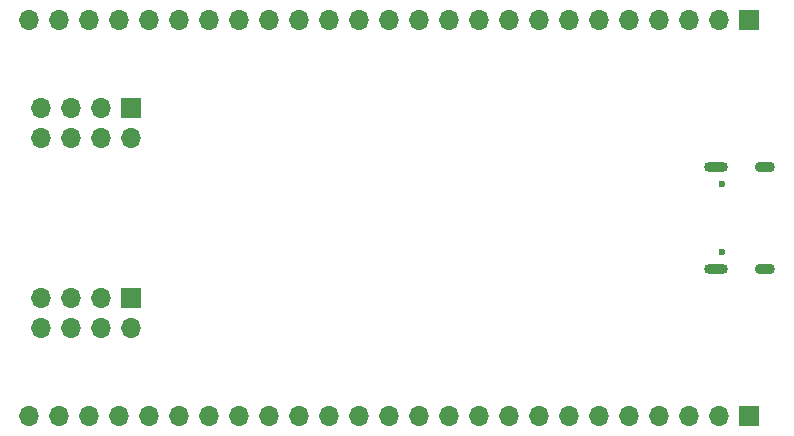
<source format=gbs>
G04 #@! TF.GenerationSoftware,KiCad,Pcbnew,5.1.8+dfsg1-1~bpo10+1*
G04 #@! TF.CreationDate,2020-12-26T22:42:37+08:00*
G04 #@! TF.ProjectId,stm32-io-extend,73746d33-322d-4696-9f2d-657874656e64,rev?*
G04 #@! TF.SameCoordinates,PX4cf27c8PY5b7b308*
G04 #@! TF.FileFunction,Soldermask,Bot*
G04 #@! TF.FilePolarity,Negative*
%FSLAX46Y46*%
G04 Gerber Fmt 4.6, Leading zero omitted, Abs format (unit mm)*
G04 Created by KiCad (PCBNEW 5.1.8+dfsg1-1~bpo10+1) date 2020-12-26 22:42:37*
%MOMM*%
%LPD*%
G01*
G04 APERTURE LIST*
%ADD10O,1.700000X1.700000*%
%ADD11R,1.700000X1.700000*%
%ADD12C,0.600000*%
%ADD13O,1.700000X0.900000*%
%ADD14O,2.000000X0.900000*%
G04 APERTURE END LIST*
D10*
G04 #@! TO.C,J5*
X3515000Y3275000D03*
X6055000Y3275000D03*
X8595000Y3275000D03*
X11135000Y3275000D03*
X13675000Y3275000D03*
X16215000Y3275000D03*
X18755000Y3275000D03*
X21295000Y3275000D03*
X23835000Y3275000D03*
X26375000Y3275000D03*
X28915000Y3275000D03*
X31455000Y3275000D03*
X33995000Y3275000D03*
X36535000Y3275000D03*
X39075000Y3275000D03*
X41615000Y3275000D03*
X44155000Y3275000D03*
X46695000Y3275000D03*
X49235000Y3275000D03*
X51775000Y3275000D03*
X54315000Y3275000D03*
X56855000Y3275000D03*
X59395000Y3275000D03*
X61935000Y3275000D03*
D11*
X64475000Y3275000D03*
G04 #@! TD*
D10*
G04 #@! TO.C,J4*
X3515000Y36725000D03*
X6055000Y36725000D03*
X8595000Y36725000D03*
X11135000Y36725000D03*
X13675000Y36725000D03*
X16215000Y36725000D03*
X18755000Y36725000D03*
X21295000Y36725000D03*
X23835000Y36725000D03*
X26375000Y36725000D03*
X28915000Y36725000D03*
X31455000Y36725000D03*
X33995000Y36725000D03*
X36535000Y36725000D03*
X39075000Y36725000D03*
X41615000Y36725000D03*
X44155000Y36725000D03*
X46695000Y36725000D03*
X49235000Y36725000D03*
X51775000Y36725000D03*
X54315000Y36725000D03*
X56855000Y36725000D03*
X59395000Y36725000D03*
X61935000Y36725000D03*
D11*
X64475000Y36725000D03*
G04 #@! TD*
D10*
G04 #@! TO.C,J3*
X4575000Y10675000D03*
X4575000Y13215000D03*
X7115000Y10675000D03*
X7115000Y13215000D03*
X9655000Y10675000D03*
X9655000Y13215000D03*
X12195000Y10675000D03*
D11*
X12195000Y13215000D03*
G04 #@! TD*
D10*
G04 #@! TO.C,J2*
X4575000Y26805000D03*
X4575000Y29345000D03*
X7115000Y26805000D03*
X7115000Y29345000D03*
X9655000Y26805000D03*
X9655000Y29345000D03*
X12195000Y26805000D03*
D11*
X12195000Y29345000D03*
G04 #@! TD*
D12*
G04 #@! TO.C,J1*
X62165000Y17135000D03*
X62165000Y22915000D03*
D13*
X65855000Y24345000D03*
X65855000Y15705000D03*
D14*
X61685000Y24345000D03*
X61685000Y15705000D03*
G04 #@! TD*
M02*

</source>
